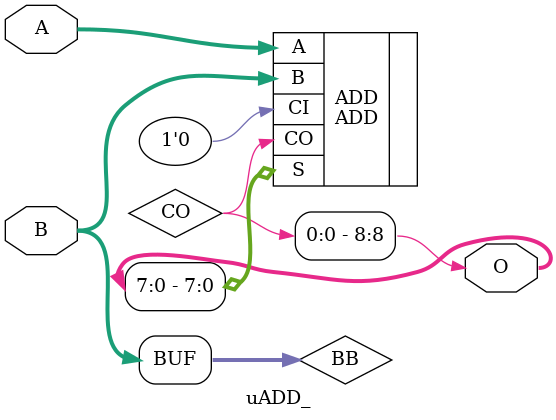
<source format=v>
`timescale 1ns / 1ps

module ADD_ #(parameter N = 8, M = N)( // N >= M
	input [N-1:0] A,
	input [M-1:0] B,
	output [N:0] O
    );
	 
	 wire [N-1:0] BB;
	 wire CO;
	 
	 generate
		if (N > M)
			assign BB = {{(N-M){B[M-1]}}, B};
		else
			assign BB = B;
	 endgenerate
	 
	 MUX #(.N(1)) MUX(
		.A(CO),
		.B(O[N-1]),
		.S(A[N-1]^B[M-1]),
		.O(O[N])
	);
		 
	 
	ADD #(.N(N)) ADD(
		.A(A),
		.B(BB),
		.CI(1'b0),
		.S(O[N-1:0]), 
		.CO(CO)
);

endmodule

module uADD_ #(parameter N = 8, M = N)( // N >= M
	input [N-1:0] A,
	input [M-1:0] B,
	output [N:0] O
    );
	 
	wire [N-1:0] BB;
	wire CO;
	 
	generate
		if (N > M)
			assign BB = {{(N-M){1'b0}}, B};
		else
			assign BB = B;
	endgenerate
	
	assign O[N] = CO;
		 
	 
	ADD #(.N(N)) ADD(
		.A(A),
		.B(BB),
		.CI(1'b0),
		.S(O[N-1:0]), 
		.CO(CO)
);

endmodule


</source>
